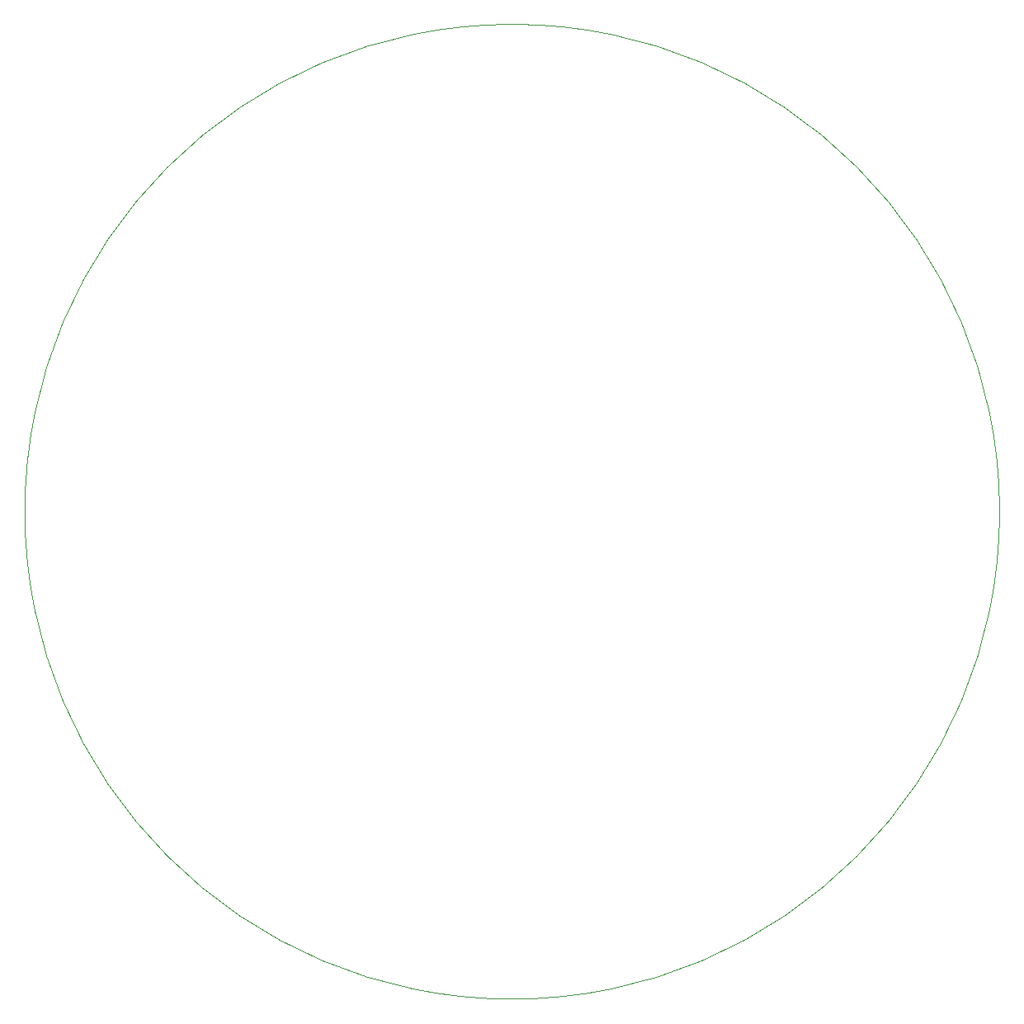
<source format=gbr>
%TF.GenerationSoftware,KiCad,Pcbnew,(6.0.5)*%
%TF.CreationDate,2022-07-12T02:11:44+09:00*%
%TF.ProjectId,sc11bbm,73633131-6262-46d2-9e6b-696361645f70,rev?*%
%TF.SameCoordinates,PXca2b5f1PY459e440*%
%TF.FileFunction,Profile,NP*%
%FSLAX46Y46*%
G04 Gerber Fmt 4.6, Leading zero omitted, Abs format (unit mm)*
G04 Created by KiCad (PCBNEW (6.0.5)) date 2022-07-12 02:11:44*
%MOMM*%
%LPD*%
G01*
G04 APERTURE LIST*
%TA.AperFunction,Profile*%
%ADD10C,0.100000*%
%TD*%
G04 APERTURE END LIST*
D10*
X50009999Y0D02*
G75*
G03*
X50009999Y0I-50009999J0D01*
G01*
M02*

</source>
